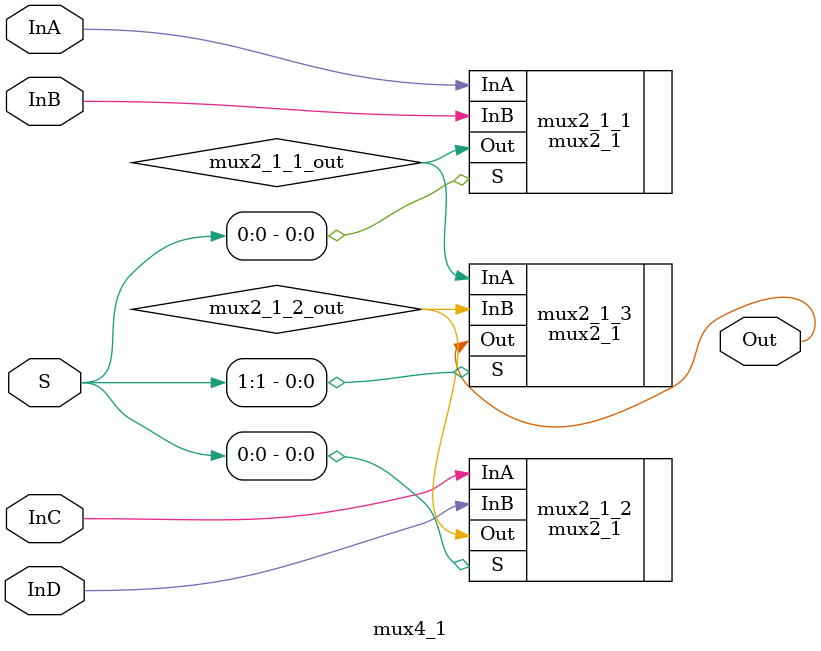
<source format=v>
/*
    CS/ECE 552 Spring '20
    Homework #1, Problem 1

    4-1 mux template
*/
module mux4_1(InA, InB, InC, InD, S, Out);
    input        InA, InB, InC, InD;
    input [1:0]  S;
    output       Out;

    // YOUR CODE HERE
    wire mux2_1_1_out, mux2_1_2_out;
    mux2_1 mux2_1_1(.InA(InA), .InB(InB), .S(S[0]), .Out(mux2_1_1_out));
    mux2_1 mux2_1_2(.InA(InC), .InB(InD), .S(S[0]), .Out(mux2_1_2_out));
    mux2_1 mux2_1_3(.InA(mux2_1_1_out), .InB(mux2_1_2_out), .S(S[1]), .Out(Out));

endmodule

</source>
